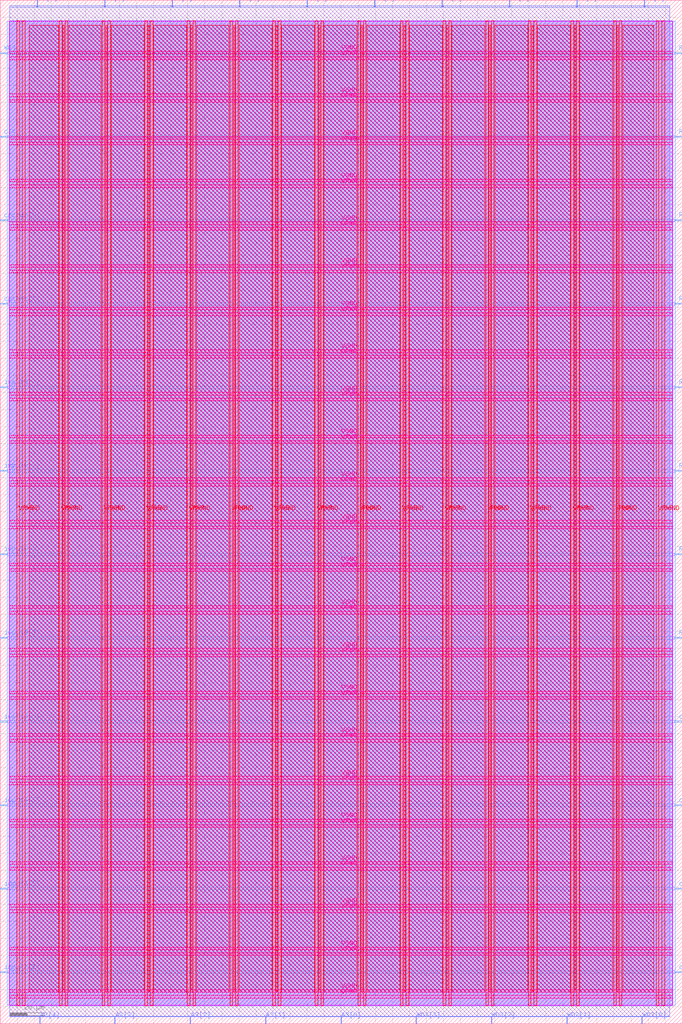
<source format=lef>
VERSION 5.7 ;
  NOWIREEXTENSIONATPIN ON ;
  DIVIDERCHAR "/" ;
  BUSBITCHARS "[]" ;
MACRO topmodule
  CLASS BLOCK ;
  FOREIGN topmodule ;
  ORIGIN 0.000 0.000 ;
  SIZE 400.000 BY 600.000 ;
  PIN A1[0]
    DIRECTION INPUT ;
    USE SIGNAL ;
    ANTENNAGATEAREA 0.990000 ;
    ANTENNADIFFAREA 0.434700 ;
    PORT
      LAYER met2 ;
        RECT 179.950 596.000 180.230 600.000 ;
    END
  END A1[0]
  PIN A1[1]
    DIRECTION INPUT ;
    USE SIGNAL ;
    ANTENNAGATEAREA 0.426000 ;
    ANTENNADIFFAREA 0.434700 ;
    PORT
      LAYER met2 ;
        RECT 140.390 596.000 140.670 600.000 ;
    END
  END A1[1]
  PIN A1[2]
    DIRECTION INPUT ;
    USE SIGNAL ;
    ANTENNAGATEAREA 0.852000 ;
    ANTENNADIFFAREA 0.434700 ;
    PORT
      LAYER met2 ;
        RECT 100.830 596.000 101.110 600.000 ;
    END
  END A1[2]
  PIN A1[3]
    DIRECTION INPUT ;
    USE SIGNAL ;
    ANTENNAGATEAREA 0.990000 ;
    ANTENNADIFFAREA 0.434700 ;
    PORT
      LAYER met2 ;
        RECT 61.270 596.000 61.550 600.000 ;
    END
  END A1[3]
  PIN A1[4]
    DIRECTION INPUT ;
    USE SIGNAL ;
    ANTENNAGATEAREA 0.742500 ;
    ANTENNADIFFAREA 0.434700 ;
    PORT
      LAYER met2 ;
        RECT 21.710 596.000 21.990 600.000 ;
    END
  END A1[4]
  PIN A2[0]
    DIRECTION INPUT ;
    USE SIGNAL ;
    ANTENNAGATEAREA 0.990000 ;
    ANTENNADIFFAREA 0.434700 ;
    PORT
      LAYER met2 ;
        RECT 377.750 596.000 378.030 600.000 ;
    END
  END A2[0]
  PIN A2[1]
    DIRECTION INPUT ;
    USE SIGNAL ;
    ANTENNAGATEAREA 2.446500 ;
    ANTENNADIFFAREA 1.304100 ;
    PORT
      LAYER met2 ;
        RECT 338.190 596.000 338.470 600.000 ;
    END
  END A2[1]
  PIN A2[2]
    DIRECTION INPUT ;
    USE SIGNAL ;
    ANTENNAGATEAREA 0.990000 ;
    ANTENNADIFFAREA 0.434700 ;
    PORT
      LAYER met2 ;
        RECT 298.630 596.000 298.910 600.000 ;
    END
  END A2[2]
  PIN A2[3]
    DIRECTION INPUT ;
    USE SIGNAL ;
    ANTENNAGATEAREA 0.495000 ;
    ANTENNADIFFAREA 0.434700 ;
    PORT
      LAYER met2 ;
        RECT 259.070 596.000 259.350 600.000 ;
    END
  END A2[3]
  PIN A2[4]
    DIRECTION INPUT ;
    USE SIGNAL ;
    ANTENNAGATEAREA 0.742500 ;
    ANTENNADIFFAREA 0.434700 ;
    PORT
      LAYER met2 ;
        RECT 219.510 596.000 219.790 600.000 ;
    END
  END A2[4]
  PIN A3[0]
    DIRECTION INPUT ;
    USE SIGNAL ;
    ANTENNAGATEAREA 0.742500 ;
    ANTENNADIFFAREA 0.434700 ;
    PORT
      LAYER met2 ;
        RECT 199.730 0.000 200.010 4.000 ;
    END
  END A3[0]
  PIN A3[1]
    DIRECTION INPUT ;
    USE SIGNAL ;
    ANTENNAGATEAREA 0.852000 ;
    ANTENNADIFFAREA 0.434700 ;
    PORT
      LAYER met2 ;
        RECT 155.570 0.000 155.850 4.000 ;
    END
  END A3[1]
  PIN A3[2]
    DIRECTION INPUT ;
    USE SIGNAL ;
    ANTENNAGATEAREA 0.852000 ;
    ANTENNADIFFAREA 0.434700 ;
    PORT
      LAYER met2 ;
        RECT 111.410 0.000 111.690 4.000 ;
    END
  END A3[2]
  PIN A3[3]
    DIRECTION INPUT ;
    USE SIGNAL ;
    ANTENNAGATEAREA 0.852000 ;
    ANTENNADIFFAREA 0.434700 ;
    PORT
      LAYER met2 ;
        RECT 67.250 0.000 67.530 4.000 ;
    END
  END A3[3]
  PIN A3[4]
    DIRECTION INPUT ;
    USE SIGNAL ;
    ANTENNAGATEAREA 0.990000 ;
    ANTENNADIFFAREA 0.434700 ;
    PORT
      LAYER met2 ;
        RECT 23.090 0.000 23.370 4.000 ;
    END
  END A3[4]
  PIN RD1[0]
    DIRECTION OUTPUT ;
    USE SIGNAL ;
    ANTENNADIFFAREA 0.340600 ;
    PORT
      LAYER met3 ;
        RECT 396.000 372.680 400.000 373.280 ;
    END
  END RD1[0]
  PIN RD1[1]
    DIRECTION OUTPUT ;
    USE SIGNAL ;
    ANTENNADIFFAREA 0.340600 ;
    PORT
      LAYER met3 ;
        RECT 396.000 323.720 400.000 324.320 ;
    END
  END RD1[1]
  PIN RD1[2]
    DIRECTION OUTPUT ;
    USE SIGNAL ;
    ANTENNADIFFAREA 0.340600 ;
    PORT
      LAYER met3 ;
        RECT 396.000 274.760 400.000 275.360 ;
    END
  END RD1[2]
  PIN RD1[3]
    DIRECTION OUTPUT ;
    USE SIGNAL ;
    ANTENNADIFFAREA 0.340600 ;
    PORT
      LAYER met3 ;
        RECT 396.000 225.800 400.000 226.400 ;
    END
  END RD1[3]
  PIN RD2[0]
    DIRECTION OUTPUT ;
    USE SIGNAL ;
    ANTENNADIFFAREA 0.340600 ;
    PORT
      LAYER met3 ;
        RECT 396.000 568.520 400.000 569.120 ;
    END
  END RD2[0]
  PIN RD2[1]
    DIRECTION OUTPUT ;
    USE SIGNAL ;
    ANTENNADIFFAREA 0.340600 ;
    PORT
      LAYER met3 ;
        RECT 396.000 519.560 400.000 520.160 ;
    END
  END RD2[1]
  PIN RD2[2]
    DIRECTION OUTPUT ;
    USE SIGNAL ;
    ANTENNADIFFAREA 0.340600 ;
    PORT
      LAYER met3 ;
        RECT 396.000 470.600 400.000 471.200 ;
    END
  END RD2[2]
  PIN RD2[3]
    DIRECTION OUTPUT ;
    USE SIGNAL ;
    ANTENNADIFFAREA 0.340600 ;
    PORT
      LAYER met3 ;
        RECT 396.000 421.640 400.000 422.240 ;
    END
  END RD2[3]
  PIN VGND
    DIRECTION INOUT ;
    USE GROUND ;
    PORT
      LAYER met4 ;
        RECT 13.020 10.640 14.620 587.760 ;
    END
    PORT
      LAYER met4 ;
        RECT 38.020 10.640 39.620 587.760 ;
    END
    PORT
      LAYER met4 ;
        RECT 63.020 10.640 64.620 587.760 ;
    END
    PORT
      LAYER met4 ;
        RECT 88.020 10.640 89.620 587.760 ;
    END
    PORT
      LAYER met4 ;
        RECT 113.020 10.640 114.620 587.760 ;
    END
    PORT
      LAYER met4 ;
        RECT 138.020 10.640 139.620 587.760 ;
    END
    PORT
      LAYER met4 ;
        RECT 163.020 10.640 164.620 587.760 ;
    END
    PORT
      LAYER met4 ;
        RECT 188.020 10.640 189.620 587.760 ;
    END
    PORT
      LAYER met4 ;
        RECT 213.020 10.640 214.620 587.760 ;
    END
    PORT
      LAYER met4 ;
        RECT 238.020 10.640 239.620 587.760 ;
    END
    PORT
      LAYER met4 ;
        RECT 263.020 10.640 264.620 587.760 ;
    END
    PORT
      LAYER met4 ;
        RECT 288.020 10.640 289.620 587.760 ;
    END
    PORT
      LAYER met4 ;
        RECT 313.020 10.640 314.620 587.760 ;
    END
    PORT
      LAYER met4 ;
        RECT 338.020 10.640 339.620 587.760 ;
    END
    PORT
      LAYER met4 ;
        RECT 363.020 10.640 364.620 587.760 ;
    END
    PORT
      LAYER met4 ;
        RECT 388.020 10.640 389.620 587.760 ;
    END
    PORT
      LAYER met5 ;
        RECT 5.280 18.380 394.460 19.980 ;
    END
    PORT
      LAYER met5 ;
        RECT 5.280 43.380 394.460 44.980 ;
    END
    PORT
      LAYER met5 ;
        RECT 5.280 68.380 394.460 69.980 ;
    END
    PORT
      LAYER met5 ;
        RECT 5.280 93.380 394.460 94.980 ;
    END
    PORT
      LAYER met5 ;
        RECT 5.280 118.380 394.460 119.980 ;
    END
    PORT
      LAYER met5 ;
        RECT 5.280 143.380 394.460 144.980 ;
    END
    PORT
      LAYER met5 ;
        RECT 5.280 168.380 394.460 169.980 ;
    END
    PORT
      LAYER met5 ;
        RECT 5.280 193.380 394.460 194.980 ;
    END
    PORT
      LAYER met5 ;
        RECT 5.280 218.380 394.460 219.980 ;
    END
    PORT
      LAYER met5 ;
        RECT 5.280 243.380 394.460 244.980 ;
    END
    PORT
      LAYER met5 ;
        RECT 5.280 268.380 394.460 269.980 ;
    END
    PORT
      LAYER met5 ;
        RECT 5.280 293.380 394.460 294.980 ;
    END
    PORT
      LAYER met5 ;
        RECT 5.280 318.380 394.460 319.980 ;
    END
    PORT
      LAYER met5 ;
        RECT 5.280 343.380 394.460 344.980 ;
    END
    PORT
      LAYER met5 ;
        RECT 5.280 368.380 394.460 369.980 ;
    END
    PORT
      LAYER met5 ;
        RECT 5.280 393.380 394.460 394.980 ;
    END
    PORT
      LAYER met5 ;
        RECT 5.280 418.380 394.460 419.980 ;
    END
    PORT
      LAYER met5 ;
        RECT 5.280 443.380 394.460 444.980 ;
    END
    PORT
      LAYER met5 ;
        RECT 5.280 468.380 394.460 469.980 ;
    END
    PORT
      LAYER met5 ;
        RECT 5.280 493.380 394.460 494.980 ;
    END
    PORT
      LAYER met5 ;
        RECT 5.280 518.380 394.460 519.980 ;
    END
    PORT
      LAYER met5 ;
        RECT 5.280 543.380 394.460 544.980 ;
    END
    PORT
      LAYER met5 ;
        RECT 5.280 568.380 394.460 569.980 ;
    END
  END VGND
  PIN VPWR
    DIRECTION INOUT ;
    USE POWER ;
    PORT
      LAYER met4 ;
        RECT 9.720 10.640 11.320 587.760 ;
    END
    PORT
      LAYER met4 ;
        RECT 34.720 10.640 36.320 587.760 ;
    END
    PORT
      LAYER met4 ;
        RECT 59.720 10.640 61.320 587.760 ;
    END
    PORT
      LAYER met4 ;
        RECT 84.720 10.640 86.320 587.760 ;
    END
    PORT
      LAYER met4 ;
        RECT 109.720 10.640 111.320 587.760 ;
    END
    PORT
      LAYER met4 ;
        RECT 134.720 10.640 136.320 587.760 ;
    END
    PORT
      LAYER met4 ;
        RECT 159.720 10.640 161.320 587.760 ;
    END
    PORT
      LAYER met4 ;
        RECT 184.720 10.640 186.320 587.760 ;
    END
    PORT
      LAYER met4 ;
        RECT 209.720 10.640 211.320 587.760 ;
    END
    PORT
      LAYER met4 ;
        RECT 234.720 10.640 236.320 587.760 ;
    END
    PORT
      LAYER met4 ;
        RECT 259.720 10.640 261.320 587.760 ;
    END
    PORT
      LAYER met4 ;
        RECT 284.720 10.640 286.320 587.760 ;
    END
    PORT
      LAYER met4 ;
        RECT 309.720 10.640 311.320 587.760 ;
    END
    PORT
      LAYER met4 ;
        RECT 334.720 10.640 336.320 587.760 ;
    END
    PORT
      LAYER met4 ;
        RECT 359.720 10.640 361.320 587.760 ;
    END
    PORT
      LAYER met4 ;
        RECT 384.720 10.640 386.320 587.760 ;
    END
    PORT
      LAYER met5 ;
        RECT 5.280 15.080 394.460 16.680 ;
    END
    PORT
      LAYER met5 ;
        RECT 5.280 40.080 394.460 41.680 ;
    END
    PORT
      LAYER met5 ;
        RECT 5.280 65.080 394.460 66.680 ;
    END
    PORT
      LAYER met5 ;
        RECT 5.280 90.080 394.460 91.680 ;
    END
    PORT
      LAYER met5 ;
        RECT 5.280 115.080 394.460 116.680 ;
    END
    PORT
      LAYER met5 ;
        RECT 5.280 140.080 394.460 141.680 ;
    END
    PORT
      LAYER met5 ;
        RECT 5.280 165.080 394.460 166.680 ;
    END
    PORT
      LAYER met5 ;
        RECT 5.280 190.080 394.460 191.680 ;
    END
    PORT
      LAYER met5 ;
        RECT 5.280 215.080 394.460 216.680 ;
    END
    PORT
      LAYER met5 ;
        RECT 5.280 240.080 394.460 241.680 ;
    END
    PORT
      LAYER met5 ;
        RECT 5.280 265.080 394.460 266.680 ;
    END
    PORT
      LAYER met5 ;
        RECT 5.280 290.080 394.460 291.680 ;
    END
    PORT
      LAYER met5 ;
        RECT 5.280 315.080 394.460 316.680 ;
    END
    PORT
      LAYER met5 ;
        RECT 5.280 340.080 394.460 341.680 ;
    END
    PORT
      LAYER met5 ;
        RECT 5.280 365.080 394.460 366.680 ;
    END
    PORT
      LAYER met5 ;
        RECT 5.280 390.080 394.460 391.680 ;
    END
    PORT
      LAYER met5 ;
        RECT 5.280 415.080 394.460 416.680 ;
    END
    PORT
      LAYER met5 ;
        RECT 5.280 440.080 394.460 441.680 ;
    END
    PORT
      LAYER met5 ;
        RECT 5.280 465.080 394.460 466.680 ;
    END
    PORT
      LAYER met5 ;
        RECT 5.280 490.080 394.460 491.680 ;
    END
    PORT
      LAYER met5 ;
        RECT 5.280 515.080 394.460 516.680 ;
    END
    PORT
      LAYER met5 ;
        RECT 5.280 540.080 394.460 541.680 ;
    END
    PORT
      LAYER met5 ;
        RECT 5.280 565.080 394.460 566.680 ;
    END
  END VPWR
  PIN WD3[0]
    DIRECTION INPUT ;
    USE SIGNAL ;
    ANTENNAGATEAREA 0.742500 ;
    ANTENNADIFFAREA 0.434700 ;
    PORT
      LAYER met2 ;
        RECT 376.370 0.000 376.650 4.000 ;
    END
  END WD3[0]
  PIN WD3[1]
    DIRECTION INPUT ;
    USE SIGNAL ;
    ANTENNAGATEAREA 0.495000 ;
    ANTENNADIFFAREA 0.434700 ;
    PORT
      LAYER met2 ;
        RECT 332.210 0.000 332.490 4.000 ;
    END
  END WD3[1]
  PIN WD3[2]
    DIRECTION INPUT ;
    USE SIGNAL ;
    ANTENNAGATEAREA 0.742500 ;
    ANTENNADIFFAREA 0.434700 ;
    PORT
      LAYER met2 ;
        RECT 288.050 0.000 288.330 4.000 ;
    END
  END WD3[2]
  PIN WD3[3]
    DIRECTION INPUT ;
    USE SIGNAL ;
    ANTENNAGATEAREA 0.742500 ;
    ANTENNADIFFAREA 0.434700 ;
    PORT
      LAYER met2 ;
        RECT 243.890 0.000 244.170 4.000 ;
    END
  END WD3[3]
  PIN WE3
    DIRECTION INPUT ;
    USE SIGNAL ;
    ANTENNAGATEAREA 0.852000 ;
    ANTENNADIFFAREA 0.434700 ;
    PORT
      LAYER met3 ;
        RECT 0.000 568.520 4.000 569.120 ;
    END
  END WE3
  PIN clk
    DIRECTION INPUT ;
    USE SIGNAL ;
    ANTENNAGATEAREA 0.852000 ;
    ANTENNADIFFAREA 0.434700 ;
    PORT
      LAYER met3 ;
        RECT 0.000 519.560 4.000 520.160 ;
    END
  END clk
  PIN inputA[0]
    DIRECTION INPUT ;
    USE SIGNAL ;
    ANTENNAGATEAREA 0.247500 ;
    ANTENNADIFFAREA 0.434700 ;
    PORT
      LAYER met3 ;
        RECT 0.000 176.840 4.000 177.440 ;
    END
  END inputA[0]
  PIN inputA[1]
    DIRECTION INPUT ;
    USE SIGNAL ;
    ANTENNAGATEAREA 0.742500 ;
    ANTENNADIFFAREA 0.434700 ;
    PORT
      LAYER met3 ;
        RECT 0.000 127.880 4.000 128.480 ;
    END
  END inputA[1]
  PIN inputA[2]
    DIRECTION INPUT ;
    USE SIGNAL ;
    ANTENNAGATEAREA 0.852000 ;
    ANTENNADIFFAREA 0.434700 ;
    PORT
      LAYER met3 ;
        RECT 0.000 78.920 4.000 79.520 ;
    END
  END inputA[2]
  PIN inputA[3]
    DIRECTION INPUT ;
    USE SIGNAL ;
    ANTENNAGATEAREA 0.742500 ;
    ANTENNADIFFAREA 0.434700 ;
    PORT
      LAYER met3 ;
        RECT 0.000 29.960 4.000 30.560 ;
    END
  END inputA[3]
  PIN inputB[0]
    DIRECTION INPUT ;
    USE SIGNAL ;
    ANTENNAGATEAREA 0.495000 ;
    ANTENNADIFFAREA 0.434700 ;
    PORT
      LAYER met3 ;
        RECT 0.000 372.680 4.000 373.280 ;
    END
  END inputB[0]
  PIN inputB[1]
    DIRECTION INPUT ;
    USE SIGNAL ;
    ANTENNAGATEAREA 0.990000 ;
    ANTENNADIFFAREA 0.434700 ;
    PORT
      LAYER met3 ;
        RECT 0.000 323.720 4.000 324.320 ;
    END
  END inputB[1]
  PIN inputB[2]
    DIRECTION INPUT ;
    USE SIGNAL ;
    ANTENNAGATEAREA 0.426000 ;
    ANTENNADIFFAREA 0.434700 ;
    PORT
      LAYER met3 ;
        RECT 0.000 274.760 4.000 275.360 ;
    END
  END inputB[2]
  PIN inputB[3]
    DIRECTION INPUT ;
    USE SIGNAL ;
    ANTENNAGATEAREA 0.852000 ;
    ANTENNADIFFAREA 0.434700 ;
    PORT
      LAYER met3 ;
        RECT 0.000 225.800 4.000 226.400 ;
    END
  END inputB[3]
  PIN opcode[0]
    DIRECTION INPUT ;
    USE SIGNAL ;
    ANTENNAGATEAREA 0.426000 ;
    ANTENNADIFFAREA 0.434700 ;
    PORT
      LAYER met3 ;
        RECT 0.000 470.600 4.000 471.200 ;
    END
  END opcode[0]
  PIN opcode[1]
    DIRECTION INPUT ;
    USE SIGNAL ;
    ANTENNAGATEAREA 0.990000 ;
    ANTENNADIFFAREA 0.434700 ;
    PORT
      LAYER met3 ;
        RECT 0.000 421.640 4.000 422.240 ;
    END
  END opcode[1]
  PIN outputC[0]
    DIRECTION OUTPUT ;
    USE SIGNAL ;
    ANTENNADIFFAREA 0.340600 ;
    PORT
      LAYER met3 ;
        RECT 396.000 176.840 400.000 177.440 ;
    END
  END outputC[0]
  PIN outputC[1]
    DIRECTION OUTPUT ;
    USE SIGNAL ;
    ANTENNADIFFAREA 0.340600 ;
    PORT
      LAYER met3 ;
        RECT 396.000 127.880 400.000 128.480 ;
    END
  END outputC[1]
  PIN outputC[2]
    DIRECTION OUTPUT ;
    USE SIGNAL ;
    ANTENNADIFFAREA 0.340600 ;
    PORT
      LAYER met3 ;
        RECT 396.000 78.920 400.000 79.520 ;
    END
  END outputC[2]
  PIN outputC[3]
    DIRECTION OUTPUT ;
    USE SIGNAL ;
    ANTENNADIFFAREA 0.340600 ;
    PORT
      LAYER met3 ;
        RECT 396.000 29.960 400.000 30.560 ;
    END
  END outputC[3]
  OBS
      LAYER nwell ;
        RECT 5.330 10.795 394.410 587.605 ;
      LAYER li1 ;
        RECT 5.520 10.795 394.220 587.605 ;
      LAYER met1 ;
        RECT 5.520 10.640 394.220 587.760 ;
      LAYER met2 ;
        RECT 5.610 595.720 21.430 596.770 ;
        RECT 22.270 595.720 60.990 596.770 ;
        RECT 61.830 595.720 100.550 596.770 ;
        RECT 101.390 595.720 140.110 596.770 ;
        RECT 140.950 595.720 179.670 596.770 ;
        RECT 180.510 595.720 219.230 596.770 ;
        RECT 220.070 595.720 258.790 596.770 ;
        RECT 259.630 595.720 298.350 596.770 ;
        RECT 299.190 595.720 337.910 596.770 ;
        RECT 338.750 595.720 377.470 596.770 ;
        RECT 378.310 595.720 392.750 596.770 ;
        RECT 5.610 4.280 392.750 595.720 ;
        RECT 5.610 4.000 22.810 4.280 ;
        RECT 23.650 4.000 66.970 4.280 ;
        RECT 67.810 4.000 111.130 4.280 ;
        RECT 111.970 4.000 155.290 4.280 ;
        RECT 156.130 4.000 199.450 4.280 ;
        RECT 200.290 4.000 243.610 4.280 ;
        RECT 244.450 4.000 287.770 4.280 ;
        RECT 288.610 4.000 331.930 4.280 ;
        RECT 332.770 4.000 376.090 4.280 ;
        RECT 376.930 4.000 392.750 4.280 ;
      LAYER met3 ;
        RECT 4.000 569.520 396.000 587.685 ;
        RECT 4.400 568.120 395.600 569.520 ;
        RECT 4.000 520.560 396.000 568.120 ;
        RECT 4.400 519.160 395.600 520.560 ;
        RECT 4.000 471.600 396.000 519.160 ;
        RECT 4.400 470.200 395.600 471.600 ;
        RECT 4.000 422.640 396.000 470.200 ;
        RECT 4.400 421.240 395.600 422.640 ;
        RECT 4.000 373.680 396.000 421.240 ;
        RECT 4.400 372.280 395.600 373.680 ;
        RECT 4.000 324.720 396.000 372.280 ;
        RECT 4.400 323.320 395.600 324.720 ;
        RECT 4.000 275.760 396.000 323.320 ;
        RECT 4.400 274.360 395.600 275.760 ;
        RECT 4.000 226.800 396.000 274.360 ;
        RECT 4.400 225.400 395.600 226.800 ;
        RECT 4.000 177.840 396.000 225.400 ;
        RECT 4.400 176.440 395.600 177.840 ;
        RECT 4.000 128.880 396.000 176.440 ;
        RECT 4.400 127.480 395.600 128.880 ;
        RECT 4.000 79.920 396.000 127.480 ;
        RECT 4.400 78.520 395.600 79.920 ;
        RECT 4.000 30.960 396.000 78.520 ;
        RECT 4.400 29.560 395.600 30.960 ;
        RECT 4.000 10.715 396.000 29.560 ;
      LAYER met4 ;
        RECT 16.855 18.535 34.320 585.305 ;
        RECT 36.720 18.535 37.620 585.305 ;
        RECT 40.020 18.535 59.320 585.305 ;
        RECT 61.720 18.535 62.620 585.305 ;
        RECT 65.020 18.535 84.320 585.305 ;
        RECT 86.720 18.535 87.620 585.305 ;
        RECT 90.020 18.535 109.320 585.305 ;
        RECT 111.720 18.535 112.620 585.305 ;
        RECT 115.020 18.535 134.320 585.305 ;
        RECT 136.720 18.535 137.620 585.305 ;
        RECT 140.020 18.535 159.320 585.305 ;
        RECT 161.720 18.535 162.620 585.305 ;
        RECT 165.020 18.535 184.320 585.305 ;
        RECT 186.720 18.535 187.620 585.305 ;
        RECT 190.020 18.535 209.320 585.305 ;
        RECT 211.720 18.535 212.620 585.305 ;
        RECT 215.020 18.535 234.320 585.305 ;
        RECT 236.720 18.535 237.620 585.305 ;
        RECT 240.020 18.535 259.320 585.305 ;
        RECT 261.720 18.535 262.620 585.305 ;
        RECT 265.020 18.535 284.320 585.305 ;
        RECT 286.720 18.535 287.620 585.305 ;
        RECT 290.020 18.535 309.320 585.305 ;
        RECT 311.720 18.535 312.620 585.305 ;
        RECT 315.020 18.535 334.320 585.305 ;
        RECT 336.720 18.535 337.620 585.305 ;
        RECT 340.020 18.535 359.320 585.305 ;
        RECT 361.720 18.535 362.620 585.305 ;
        RECT 365.020 18.535 383.345 585.305 ;
  END
END topmodule
END LIBRARY


</source>
